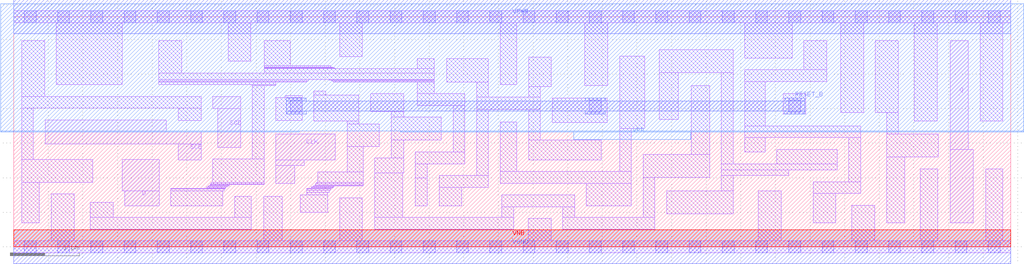
<source format=lef>
# Copyright 2020 The SkyWater PDK Authors
#
# Licensed under the Apache License, Version 2.0 (the "License");
# you may not use this file except in compliance with the License.
# You may obtain a copy of the License at
#
#     https://www.apache.org/licenses/LICENSE-2.0
#
# Unless required by applicable law or agreed to in writing, software
# distributed under the License is distributed on an "AS IS" BASIS,
# WITHOUT WARRANTIES OR CONDITIONS OF ANY KIND, either express or implied.
# See the License for the specific language governing permissions and
# limitations under the License.
#
# SPDX-License-Identifier: Apache-2.0

VERSION 5.7 ;
  NOWIREEXTENSIONATPIN ON ;
  DIVIDERCHAR "/" ;
  BUSBITCHARS "[]" ;
MACRO sky130_fd_sc_ls__sdfrtp_2
  CLASS CORE ;
  FOREIGN sky130_fd_sc_ls__sdfrtp_2 ;
  ORIGIN  0.000000  0.000000 ;
  SIZE  14.40000 BY  3.330000 ;
  SYMMETRY X Y R90 ;
  SITE unit ;
  PIN D
    ANTENNAGATEAREA  0.159000 ;
    DIRECTION INPUT ;
    USE SIGNAL ;
    PORT
      LAYER li1 ;
        RECT 1.565000 0.810000 2.100000 1.265000 ;
        RECT 1.605000 0.595000 2.100000 0.810000 ;
    END
  END D
  PIN Q
    ANTENNADIFFAREA  0.543200 ;
    DIRECTION OUTPUT ;
    USE SIGNAL ;
    PORT
      LAYER li1 ;
        RECT 13.525000 0.350000 13.855000 1.410000 ;
        RECT 13.525000 1.410000 13.785000 2.980000 ;
    END
  END Q
  PIN RESET_B
    ANTENNAGATEAREA  0.411000 ;
    DIRECTION INPUT ;
    USE SIGNAL ;
    PORT
      LAYER met1 ;
        RECT  3.935000 1.920000  4.225000 1.965000 ;
        RECT  3.935000 1.965000 11.425000 2.105000 ;
        RECT  3.935000 2.105000  4.225000 2.150000 ;
        RECT  8.255000 1.920000  8.545000 1.965000 ;
        RECT  8.255000 2.105000  8.545000 2.150000 ;
        RECT 11.135000 1.920000 11.425000 1.965000 ;
        RECT 11.135000 2.105000 11.425000 2.150000 ;
    END
  END RESET_B
  PIN SCD
    ANTENNAGATEAREA  0.159000 ;
    DIRECTION INPUT ;
    USE SIGNAL ;
    PORT
      LAYER li1 ;
        RECT 2.875000 2.000000 3.275000 2.175000 ;
        RECT 2.945000 1.440000 3.275000 2.000000 ;
    END
  END SCD
  PIN SCE
    ANTENNAGATEAREA  0.318000 ;
    DIRECTION INPUT ;
    USE SIGNAL ;
    PORT
      LAYER li1 ;
        RECT 0.455000 1.490000 2.705000 1.660000 ;
        RECT 0.455000 1.660000 2.205000 1.835000 ;
        RECT 2.375000 1.260000 2.705000 1.490000 ;
    END
  END SCE
  PIN VNB
    PORT
      LAYER pwell ;
        RECT 0.000000 0.000000 14.400000 0.245000 ;
    END
  END VNB
  PIN VPB
    PORT
      LAYER nwell ;
        RECT -0.190000 1.660000  4.125000 1.675000 ;
        RECT -0.190000 1.675000 14.590000 3.520000 ;
        RECT  5.585000 1.660000 14.590000 1.675000 ;
        RECT  8.090000 1.555000  9.780000 1.660000 ;
    END
  END VPB
  PIN CLK
    ANTENNAGATEAREA  0.261000 ;
    DIRECTION INPUT ;
    USE CLOCK ;
    PORT
      LAYER li1 ;
        RECT 3.785000 0.920000 4.060000 1.180000 ;
        RECT 3.785000 1.180000 4.195000 1.260000 ;
        RECT 3.785000 1.260000 4.645000 1.630000 ;
    END
  END CLK
  PIN VGND
    DIRECTION INOUT ;
    SHAPE ABUTMENT ;
    USE GROUND ;
    PORT
      LAYER met1 ;
        RECT 0.000000 -0.245000 14.400000 0.245000 ;
    END
  END VGND
  PIN VPWR
    DIRECTION INOUT ;
    SHAPE ABUTMENT ;
    USE POWER ;
    PORT
      LAYER met1 ;
        RECT 0.000000 3.085000 14.400000 3.575000 ;
    END
  END VPWR
  OBS
    LAYER li1 ;
      RECT  0.000000 -0.085000 14.400000 0.085000 ;
      RECT  0.000000  3.245000 14.400000 3.415000 ;
      RECT  0.115000  0.350000  0.365000 0.935000 ;
      RECT  0.115000  0.935000  1.140000 1.265000 ;
      RECT  0.115000  1.265000  0.285000 2.005000 ;
      RECT  0.115000  2.005000  2.705000 2.175000 ;
      RECT  0.115000  2.175000  0.445000 2.980000 ;
      RECT  0.545000  0.085000  0.875000 0.765000 ;
      RECT  0.615000  2.345000  1.565000 3.245000 ;
      RECT  1.105000  0.255000  3.430000 0.425000 ;
      RECT  1.105000  0.425000  1.435000 0.640000 ;
      RECT  2.095000  2.345000  3.785000 2.385000 ;
      RECT  2.095000  2.385000  4.230000 2.400000 ;
      RECT  2.095000  2.400000  4.250000 2.420000 ;
      RECT  2.095000  2.420000  6.075000 2.515000 ;
      RECT  2.095000  2.515000  2.425000 2.980000 ;
      RECT  2.270000  0.595000  3.020000 0.810000 ;
      RECT  2.270000  0.810000  3.040000 0.835000 ;
      RECT  2.270000  0.835000  3.055000 0.845000 ;
      RECT  2.375000  1.830000  2.705000 2.005000 ;
      RECT  2.785000  0.845000  3.055000 0.855000 ;
      RECT  2.785000  0.855000  3.065000 0.865000 ;
      RECT  2.810000  0.865000  3.085000 0.880000 ;
      RECT  2.830000  0.880000  3.110000 0.890000 ;
      RECT  2.840000  0.890000  3.110000 0.900000 ;
      RECT  2.840000  0.900000  3.615000 0.910000 ;
      RECT  2.855000  0.910000  3.615000 0.935000 ;
      RECT  2.875000  0.935000  3.615000 1.270000 ;
      RECT  3.095000  2.685000  3.425000 3.245000 ;
      RECT  3.190000  0.425000  3.430000 0.730000 ;
      RECT  3.445000  1.270000  3.615000 2.330000 ;
      RECT  3.445000  2.330000  3.785000 2.345000 ;
      RECT  3.610000  0.085000  3.880000 0.730000 ;
      RECT  3.615000  2.515000  6.075000 2.580000 ;
      RECT  3.615000  2.580000  4.645000 2.585000 ;
      RECT  3.615000  2.585000  4.630000 2.590000 ;
      RECT  3.615000  2.590000  4.610000 2.600000 ;
      RECT  3.615000  2.600000  4.580000 2.620000 ;
      RECT  3.615000  2.620000  3.995000 2.980000 ;
      RECT  3.785000  1.830000  4.165000 2.160000 ;
      RECT  3.920000  2.160000  4.165000 2.190000 ;
      RECT  4.135000  0.500000  4.535000 0.750000 ;
      RECT  4.230000  0.750000  4.535000 0.790000 ;
      RECT  4.230000  0.790000  4.555000 0.815000 ;
      RECT  4.230000  0.815000  4.570000 0.835000 ;
      RECT  4.230000  0.835000  4.580000 0.845000 ;
      RECT  4.300000  0.845000  4.600000 0.860000 ;
      RECT  4.300000  0.860000  4.625000 0.865000 ;
      RECT  4.325000  0.865000  4.625000 0.880000 ;
      RECT  4.335000  1.820000  4.985000 2.195000 ;
      RECT  4.335000  2.195000  4.505000 2.250000 ;
      RECT  4.345000  0.880000  5.045000 0.890000 ;
      RECT  4.355000  0.890000  5.045000 0.910000 ;
      RECT  4.370000  0.910000  5.045000 0.935000 ;
      RECT  4.390000  0.935000  5.045000 1.080000 ;
      RECT  4.555000  2.415000  6.075000 2.420000 ;
      RECT  4.570000  2.410000  6.075000 2.415000 ;
      RECT  4.590000  2.400000  6.075000 2.410000 ;
      RECT  4.615000  2.385000  6.075000 2.400000 ;
      RECT  4.705000  0.085000  5.035000 0.710000 ;
      RECT  4.705000  2.750000  5.035000 3.245000 ;
      RECT  4.815000  1.080000  5.045000 1.455000 ;
      RECT  4.815000  1.455000  5.280000 1.775000 ;
      RECT  4.815000  1.775000  4.985000 1.820000 ;
      RECT  5.155000  1.955000  5.630000 2.215000 ;
      RECT  5.215000  0.255000  7.220000 0.425000 ;
      RECT  5.215000  0.425000  5.620000 1.070000 ;
      RECT  5.215000  1.070000  5.630000 1.285000 ;
      RECT  5.450000  1.285000  5.630000 1.545000 ;
      RECT  5.450000  1.545000  6.175000 1.875000 ;
      RECT  5.450000  1.875000  5.630000 1.955000 ;
      RECT  5.795000  0.595000  5.975000 0.995000 ;
      RECT  5.800000  0.995000  5.975000 1.200000 ;
      RECT  5.800000  1.200000  6.515000 1.370000 ;
      RECT  5.825000  2.045000  6.515000 2.215000 ;
      RECT  5.825000  2.215000  6.075000 2.385000 ;
      RECT  5.825000  2.580000  6.075000 2.725000 ;
      RECT  6.145000  0.595000  6.470000 0.860000 ;
      RECT  6.145000  0.860000  6.855000 1.030000 ;
      RECT  6.250000  2.385000  6.855000 2.725000 ;
      RECT  6.345000  1.370000  6.515000 2.045000 ;
      RECT  6.685000  1.030000  6.855000 1.985000 ;
      RECT  6.685000  1.985000  7.605000 2.165000 ;
      RECT  6.685000  2.165000  6.855000 2.385000 ;
      RECT  7.025000  0.920000  8.920000 1.090000 ;
      RECT  7.025000  1.090000  7.265000 1.805000 ;
      RECT  7.025000  2.345000  7.265000 3.245000 ;
      RECT  7.050000  0.425000  7.220000 0.580000 ;
      RECT  7.050000  0.580000  8.100000 0.750000 ;
      RECT  7.430000  0.085000  7.760000 0.410000 ;
      RECT  7.435000  1.260000  8.485000 1.545000 ;
      RECT  7.435000  1.545000  7.605000 1.985000 ;
      RECT  7.435000  2.165000  7.605000 2.320000 ;
      RECT  7.435000  2.320000  7.765000 2.745000 ;
      RECT  7.775000  1.795000  8.570000 2.150000 ;
      RECT  7.930000  0.255000  9.260000 0.425000 ;
      RECT  7.930000  0.425000  8.100000 0.580000 ;
      RECT  8.245000  2.330000  8.580000 3.245000 ;
      RECT  8.270000  0.595000  8.920000 0.920000 ;
      RECT  8.750000  1.090000  8.920000 1.715000 ;
      RECT  8.750000  1.715000  9.115000 2.755000 ;
      RECT  9.090000  0.425000  9.260000 1.005000 ;
      RECT  9.090000  1.005000 10.050000 1.335000 ;
      RECT  9.320000  1.840000  9.600000 2.520000 ;
      RECT  9.320000  2.520000 10.390000 2.850000 ;
      RECT  9.430000  0.480000 10.390000 0.810000 ;
      RECT  9.785000  1.335000 10.050000 2.330000 ;
      RECT 10.220000  0.810000 10.390000 1.030000 ;
      RECT 10.220000  1.030000 11.190000 1.110000 ;
      RECT 10.220000  1.110000 11.890000 1.200000 ;
      RECT 10.220000  1.200000 10.390000 2.520000 ;
      RECT 10.560000  1.370000 10.850000 1.580000 ;
      RECT 10.560000  1.580000 12.230000 1.750000 ;
      RECT 10.560000  1.750000 10.850000 2.390000 ;
      RECT 10.560000  2.390000 11.740000 2.560000 ;
      RECT 10.560000  2.730000 11.240000 3.245000 ;
      RECT 10.755000  0.085000 11.085000 0.810000 ;
      RECT 11.020000  1.200000 11.890000 1.410000 ;
      RECT 11.110000  1.920000 11.440000 2.220000 ;
      RECT 11.410000  2.560000 11.740000 2.980000 ;
      RECT 11.545000  0.350000 11.875000 0.770000 ;
      RECT 11.545000  0.770000 12.230000 0.940000 ;
      RECT 11.945000  1.940000 12.275000 3.245000 ;
      RECT 12.060000  0.940000 12.230000 1.580000 ;
      RECT 12.105000  0.085000 12.435000 0.600000 ;
      RECT 12.445000  1.940000 12.775000 2.980000 ;
      RECT 12.605000  0.350000 12.865000 1.300000 ;
      RECT 12.605000  1.300000 13.355000 1.630000 ;
      RECT 12.605000  1.630000 12.775000 1.940000 ;
      RECT 13.005000  1.820000 13.335000 3.245000 ;
      RECT 13.095000  0.085000 13.345000 1.130000 ;
      RECT 13.955000  1.820000 14.285000 3.245000 ;
      RECT 14.035000  0.085000 14.285000 1.130000 ;
    LAYER mcon ;
      RECT  0.155000 -0.085000  0.325000 0.085000 ;
      RECT  0.155000  3.245000  0.325000 3.415000 ;
      RECT  0.635000 -0.085000  0.805000 0.085000 ;
      RECT  0.635000  3.245000  0.805000 3.415000 ;
      RECT  1.115000 -0.085000  1.285000 0.085000 ;
      RECT  1.115000  3.245000  1.285000 3.415000 ;
      RECT  1.595000 -0.085000  1.765000 0.085000 ;
      RECT  1.595000  3.245000  1.765000 3.415000 ;
      RECT  2.075000 -0.085000  2.245000 0.085000 ;
      RECT  2.075000  3.245000  2.245000 3.415000 ;
      RECT  2.555000 -0.085000  2.725000 0.085000 ;
      RECT  2.555000  3.245000  2.725000 3.415000 ;
      RECT  3.035000 -0.085000  3.205000 0.085000 ;
      RECT  3.035000  3.245000  3.205000 3.415000 ;
      RECT  3.515000 -0.085000  3.685000 0.085000 ;
      RECT  3.515000  3.245000  3.685000 3.415000 ;
      RECT  3.995000 -0.085000  4.165000 0.085000 ;
      RECT  3.995000  1.950000  4.165000 2.120000 ;
      RECT  3.995000  3.245000  4.165000 3.415000 ;
      RECT  4.475000 -0.085000  4.645000 0.085000 ;
      RECT  4.475000  3.245000  4.645000 3.415000 ;
      RECT  4.955000 -0.085000  5.125000 0.085000 ;
      RECT  4.955000  3.245000  5.125000 3.415000 ;
      RECT  5.435000 -0.085000  5.605000 0.085000 ;
      RECT  5.435000  3.245000  5.605000 3.415000 ;
      RECT  5.915000 -0.085000  6.085000 0.085000 ;
      RECT  5.915000  3.245000  6.085000 3.415000 ;
      RECT  6.395000 -0.085000  6.565000 0.085000 ;
      RECT  6.395000  3.245000  6.565000 3.415000 ;
      RECT  6.875000 -0.085000  7.045000 0.085000 ;
      RECT  6.875000  3.245000  7.045000 3.415000 ;
      RECT  7.355000 -0.085000  7.525000 0.085000 ;
      RECT  7.355000  3.245000  7.525000 3.415000 ;
      RECT  7.835000 -0.085000  8.005000 0.085000 ;
      RECT  7.835000  3.245000  8.005000 3.415000 ;
      RECT  8.315000 -0.085000  8.485000 0.085000 ;
      RECT  8.315000  1.950000  8.485000 2.120000 ;
      RECT  8.315000  3.245000  8.485000 3.415000 ;
      RECT  8.795000 -0.085000  8.965000 0.085000 ;
      RECT  8.795000  3.245000  8.965000 3.415000 ;
      RECT  9.275000 -0.085000  9.445000 0.085000 ;
      RECT  9.275000  3.245000  9.445000 3.415000 ;
      RECT  9.755000 -0.085000  9.925000 0.085000 ;
      RECT  9.755000  3.245000  9.925000 3.415000 ;
      RECT 10.235000 -0.085000 10.405000 0.085000 ;
      RECT 10.235000  3.245000 10.405000 3.415000 ;
      RECT 10.715000 -0.085000 10.885000 0.085000 ;
      RECT 10.715000  3.245000 10.885000 3.415000 ;
      RECT 11.195000 -0.085000 11.365000 0.085000 ;
      RECT 11.195000  1.950000 11.365000 2.120000 ;
      RECT 11.195000  3.245000 11.365000 3.415000 ;
      RECT 11.675000 -0.085000 11.845000 0.085000 ;
      RECT 11.675000  3.245000 11.845000 3.415000 ;
      RECT 12.155000 -0.085000 12.325000 0.085000 ;
      RECT 12.155000  3.245000 12.325000 3.415000 ;
      RECT 12.635000 -0.085000 12.805000 0.085000 ;
      RECT 12.635000  3.245000 12.805000 3.415000 ;
      RECT 13.115000 -0.085000 13.285000 0.085000 ;
      RECT 13.115000  3.245000 13.285000 3.415000 ;
      RECT 13.595000 -0.085000 13.765000 0.085000 ;
      RECT 13.595000  3.245000 13.765000 3.415000 ;
      RECT 14.075000 -0.085000 14.245000 0.085000 ;
      RECT 14.075000  3.245000 14.245000 3.415000 ;
  END
END sky130_fd_sc_ls__sdfrtp_2
END LIBRARY

</source>
